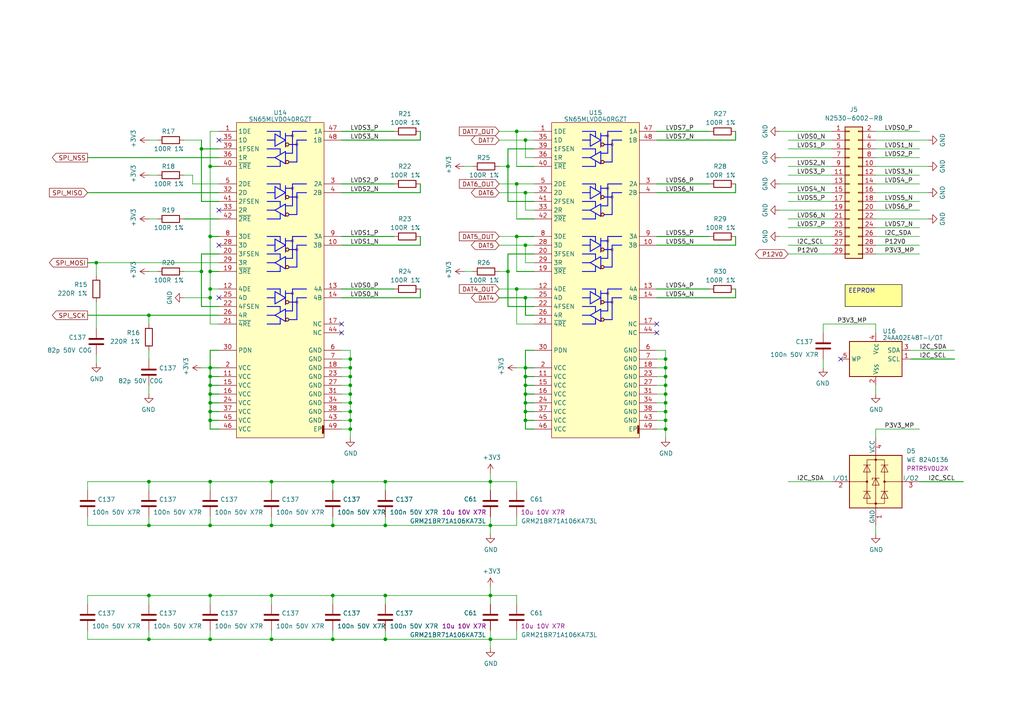
<source format=kicad_sch>
(kicad_sch (version 20230121) (generator eeschema)
  (paper "A4")
  (title_block (title "Compensation coils driver 3x3A for Kasli system") (date "2023-11-17") (rev "3_Artiq") (company "Nicolaus Copernicus University in Toruń") (comment 1 "KL FAMO") (comment 3 "designed by Adam Ledziński"))
  (junction (at 152.4 111.76))
  (junction (at 60.96 172.72))
  (junction (at 101.6 116.84))
  (junction (at 78.74 139.7))
  (junction (at 111.76 139.7))
  (junction (at 101.6 111.76))
  (junction (at 149.86 53.34))
  (junction (at 101.6 121.92))
  (junction (at 60.96 48.26))
  (junction (at 149.86 68.58))
  (junction (at 60.96 139.7))
  (junction (at 96.52 172.72))
  (junction (at 152.4 121.92))
  (junction (at 60.96 86.36))
  (junction (at 78.74 172.72))
  (junction (at 111.76 172.72))
  (junction (at 58.42 43.18))
  (junction (at 60.96 185.42))
  (junction (at 96.52 185.42))
  (junction (at 147.32 78.74))
  (junction (at 193.04 124.46))
  (junction (at 101.6 104.14))
  (junction (at 152.4 55.88))
  (junction (at 142.24 139.7))
  (junction (at 111.76 185.42))
  (junction (at 60.96 106.68))
  (junction (at 101.6 114.3))
  (junction (at 43.18 139.7))
  (junction (at 152.4 40.64))
  (junction (at 101.6 106.68))
  (junction (at 193.04 121.92))
  (junction (at 27.94 76.2))
  (junction (at 60.96 121.92))
  (junction (at 78.74 185.42))
  (junction (at 43.18 152.4))
  (junction (at 193.04 116.84))
  (junction (at 60.96 68.58))
  (junction (at 60.96 78.74))
  (junction (at 101.6 124.46))
  (junction (at 152.4 119.38))
  (junction (at 142.24 185.42))
  (junction (at 78.74 152.4))
  (junction (at 96.52 152.4))
  (junction (at 193.04 109.22))
  (junction (at 149.86 38.1))
  (junction (at 60.96 119.38))
  (junction (at 101.6 109.22))
  (junction (at 193.04 119.38))
  (junction (at 60.96 109.22))
  (junction (at 142.24 172.72))
  (junction (at 43.18 91.44))
  (junction (at 60.96 83.82))
  (junction (at 60.96 111.76))
  (junction (at 193.04 104.14))
  (junction (at 193.04 111.76))
  (junction (at 152.4 116.84))
  (junction (at 152.4 86.36))
  (junction (at 111.76 152.4))
  (junction (at 152.4 71.12))
  (junction (at 149.86 83.82))
  (junction (at 60.96 152.4))
  (junction (at 152.4 114.3))
  (junction (at 96.52 139.7))
  (junction (at 101.6 119.38))
  (junction (at 60.96 114.3))
  (junction (at 193.04 114.3))
  (junction (at 43.18 185.42))
  (junction (at 58.42 78.74))
  (junction (at 147.32 48.26))
  (junction (at 60.96 116.84))
  (junction (at 152.4 106.68))
  (junction (at 152.4 109.22))
  (junction (at 142.24 152.4))
  (junction (at 193.04 106.68))
  (junction (at 43.18 172.72))
  (no_connect (at 63.5 40.64))
  (no_connect (at 99.06 96.52))
  (no_connect (at 99.06 93.98))
  (no_connect (at 190.5 96.52))
  (no_connect (at 63.5 86.36))
  (no_connect (at 243.84 104.14))
  (no_connect (at 190.5 93.98))
  (no_connect (at 63.5 71.12))
  (no_connect (at 63.5 60.96))
  (wire (pts (xy 60.96 114.3) (xy 63.5 114.3)) (stroke (width 0.254)))
  (wire (pts (xy 193.04 104.14) (xy 193.04 101.6)))
  (wire (pts (xy 60.96 83.82) (xy 63.5 83.82)))
  (wire (pts (xy 254 58.42) (xy 266.7 58.42)))
  (wire (pts (xy 228.6 43.18) (xy 241.3 43.18)))
  (wire (pts (xy 190.5 124.46) (xy 193.04 124.46)))
  (wire (pts (xy 99.06 121.92) (xy 101.6 121.92)))
  (wire (pts (xy 99.06 71.12) (xy 121.92 71.12)) (stroke (width 0.254)))
  (wire (pts (xy 149.86 139.7) (xy 149.86 142.24)))
  (wire (pts (xy 60.96 114.3) (xy 60.96 111.76)) (stroke (width 0.254)))
  (wire (pts (xy 147.32 88.9) (xy 154.94 88.9)) (stroke (width 0.254)))
  (wire (pts (xy 228.6 71.12) (xy 241.3 71.12)))
  (wire (pts (xy 152.4 101.6) (xy 152.4 106.68)) (stroke (width 0.254)))
  (wire (pts (xy 228.6 139.7) (xy 241.3 139.7)))
  (wire (pts (xy 254 55.88) (xy 269.24 55.88)))
  (wire (pts (xy 154.94 58.42) (xy 147.32 58.42)) (stroke (width 0.254)))
  (wire (pts (xy 43.18 78.74) (xy 45.72 78.74)))
  (wire (pts (xy 60.96 119.38) (xy 63.5 119.38)) (stroke (width 0.254)))
  (wire (pts (xy 111.76 172.72) (xy 111.76 175.26)))
  (wire (pts (xy 147.32 78.74) (xy 147.32 88.9)) (stroke (width 0.254)))
  (wire (pts (xy 152.4 106.68) (xy 154.94 106.68)) (stroke (width 0.254)))
  (wire (pts (xy 43.18 91.44) (xy 43.18 93.98)))
  (wire (pts (xy 193.04 109.22) (xy 193.04 106.68)))
  (wire (pts (xy 60.96 109.22) (xy 60.96 106.68)) (stroke (width 0.254)))
  (wire (pts (xy 213.36 86.36) (xy 213.36 83.82)) (stroke (width 0.254)))
  (wire (pts (xy 254 43.18) (xy 266.7 43.18)))
  (wire (pts (xy 226.06 45.72) (xy 241.3 45.72)))
  (wire (pts (xy 99.06 104.14) (xy 101.6 104.14)))
  (wire (pts (xy 254 50.8) (xy 266.7 50.8)))
  (wire (pts (xy 60.96 38.1) (xy 60.96 48.26)))
  (wire (pts (xy 99.06 124.46) (xy 101.6 124.46)))
  (wire (pts (xy 144.78 40.64) (xy 152.4 40.64)))
  (wire (pts (xy 78.74 182.88) (xy 78.74 185.42)))
  (wire (pts (xy 144.78 53.34) (xy 149.86 53.34)))
  (wire (pts (xy 101.6 121.92) (xy 101.6 119.38)))
  (wire (pts (xy 190.5 40.64) (xy 213.36 40.64)) (stroke (width 0.254)))
  (wire (pts (xy 60.96 182.88) (xy 60.96 185.42)))
  (wire (pts (xy 149.86 38.1) (xy 154.94 38.1)))
  (wire (pts (xy 58.42 106.68) (xy 60.96 106.68)))
  (wire (pts (xy 254 45.72) (xy 266.7 45.72)))
  (wire (pts (xy 228.6 73.66) (xy 241.3 73.66)))
  (wire (pts (xy 63.5 58.42) (xy 58.42 58.42)) (stroke (width 0.254)))
  (wire (pts (xy 142.24 139.7) (xy 149.86 139.7)))
  (wire (pts (xy 142.24 172.72) (xy 142.24 175.26)))
  (wire (pts (xy 264.16 101.6) (xy 276.86 101.6)))
  (wire (pts (xy 149.86 38.1) (xy 149.86 48.26)))
  (wire (pts (xy 101.6 114.3) (xy 101.6 111.76)))
  (wire (pts (xy 149.86 83.82) (xy 154.94 83.82)))
  (wire (pts (xy 213.36 71.12) (xy 213.36 68.58)) (stroke (width 0.254)))
  (wire (pts (xy 228.6 63.5) (xy 241.3 63.5)))
  (wire (pts (xy 60.96 93.98) (xy 63.5 93.98)))
  (wire (pts (xy 25.4 91.44) (xy 43.18 91.44)) (stroke (width 0.254)))
  (wire (pts (xy 121.92 55.88) (xy 121.92 53.34)) (stroke (width 0.254)))
  (wire (pts (xy 144.78 38.1) (xy 149.86 38.1)))
  (wire (pts (xy 25.4 139.7) (xy 25.4 142.24)))
  (wire (pts (xy 190.5 71.12) (xy 213.36 71.12)) (stroke (width 0.254)))
  (wire (pts (xy 27.94 76.2) (xy 27.94 80.01)))
  (wire (pts (xy 142.24 172.72) (xy 149.86 172.72)))
  (wire (pts (xy 27.94 87.63) (xy 27.94 95.25)))
  (wire (pts (xy 226.06 38.1) (xy 241.3 38.1)))
  (wire (pts (xy 144.78 86.36) (xy 152.4 86.36)) (stroke (width 0.254)))
  (wire (pts (xy 149.86 106.68) (xy 152.4 106.68)))
  (wire (pts (xy 154.94 121.92) (xy 152.4 121.92)) (stroke (width 0.254)))
  (wire (pts (xy 190.5 86.36) (xy 213.36 86.36)) (stroke (width 0.254)))
  (wire (pts (xy 228.6 48.26) (xy 241.3 48.26)))
  (wire (pts (xy 193.04 116.84) (xy 193.04 114.3)))
  (wire (pts (xy 144.78 48.26) (xy 147.32 48.26)))
  (wire (pts (xy 101.6 116.84) (xy 101.6 114.3)))
  (wire (pts (xy 111.76 139.7) (xy 111.76 142.24)))
  (wire (pts (xy 25.4 139.7) (xy 43.18 139.7)))
  (wire (pts (xy 43.18 111.76) (xy 43.18 114.3)))
  (wire (pts (xy 149.86 68.58) (xy 149.86 78.74)))
  (wire (pts (xy 96.52 185.42) (xy 111.76 185.42)))
  (wire (pts (xy 190.5 104.14) (xy 193.04 104.14)))
  (wire (pts (xy 99.06 40.64) (xy 121.92 40.64)) (stroke (width 0.254)))
  (wire (pts (xy 60.96 68.58) (xy 63.5 68.58)) (stroke (width 0.254)))
  (wire (pts (xy 152.4 114.3) (xy 154.94 114.3)) (stroke (width 0.254)))
  (wire (pts (xy 99.06 83.82) (xy 114.3 83.82)) (stroke (width 0.254)))
  (wire (pts (xy 25.4 55.88) (xy 63.5 55.88)) (stroke (width 0.254)))
  (wire (pts (xy 53.34 50.8) (xy 55.88 50.8)))
  (wire (pts (xy 144.78 71.12) (xy 152.4 71.12)))
  (wire (pts (xy 63.5 124.46) (xy 60.96 124.46)) (stroke (width 0.254)))
  (wire (pts (xy 78.74 152.4) (xy 96.52 152.4)))
  (wire (pts (xy 99.06 109.22) (xy 101.6 109.22)))
  (wire (pts (xy 101.6 109.22) (xy 101.6 106.68)))
  (wire (pts (xy 63.5 111.76) (xy 60.96 111.76)) (stroke (width 0.254)))
  (wire (pts (xy 58.42 73.66) (xy 58.42 78.74)) (stroke (width 0.254)))
  (wire (pts (xy 147.32 48.26) (xy 147.32 58.42)) (stroke (width 0.254)))
  (wire (pts (xy 60.96 139.7) (xy 78.74 139.7)))
  (wire (pts (xy 60.96 139.7) (xy 60.96 142.24)))
  (wire (pts (xy 60.96 78.74) (xy 63.5 78.74)) (stroke (width 0.254)))
  (wire (pts (xy 190.5 111.76) (xy 193.04 111.76)))
  (wire (pts (xy 43.18 101.6) (xy 43.18 104.14)))
  (wire (pts (xy 60.96 106.68) (xy 63.5 106.68)) (stroke (width 0.254)))
  (wire (pts (xy 60.96 68.58) (xy 60.96 78.74)))
  (wire (pts (xy 25.4 185.42) (xy 43.18 185.42)))
  (wire (pts (xy 147.32 43.18) (xy 147.32 48.26)) (stroke (width 0.254)))
  (wire (pts (xy 152.4 119.38) (xy 154.94 119.38)) (stroke (width 0.254)))
  (wire (pts (xy 99.06 114.3) (xy 101.6 114.3)))
  (wire (pts (xy 264.16 104.14) (xy 276.86 104.14)) (stroke (width 0.254)))
  (wire (pts (xy 254 124.46) (xy 266.7 124.46)))
  (wire (pts (xy 190.5 55.88) (xy 213.36 55.88)) (stroke (width 0.254)))
  (wire (pts (xy 78.74 149.86) (xy 78.74 152.4)))
  (wire (pts (xy 96.52 149.86) (xy 96.52 152.4)))
  (wire (pts (xy 190.5 68.58) (xy 205.74 68.58)) (stroke (width 0.254)))
  (wire (pts (xy 152.4 71.12) (xy 154.94 71.12)))
  (wire (pts (xy 190.5 38.1) (xy 205.74 38.1)) (stroke (width 0.254)))
  (wire (pts (xy 193.04 106.68) (xy 193.04 104.14)))
  (wire (pts (xy 226.06 60.96) (xy 241.3 60.96)))
  (wire (pts (xy 25.4 149.86) (xy 25.4 152.4)))
  (wire (pts (xy 101.6 101.6) (xy 99.06 101.6)))
  (wire (pts (xy 58.42 43.18) (xy 58.42 58.42)) (stroke (width 0.254)))
  (wire (pts (xy 96.52 172.72) (xy 111.76 172.72)))
  (wire (pts (xy 53.34 78.74) (xy 58.42 78.74)))
  (wire (pts (xy 142.24 185.42) (xy 142.24 182.88)))
  (wire (pts (xy 193.04 127) (xy 193.04 124.46)))
  (wire (pts (xy 99.06 119.38) (xy 101.6 119.38)))
  (wire (pts (xy 228.6 40.64) (xy 241.3 40.64)))
  (wire (pts (xy 96.52 142.24) (xy 96.52 139.7)))
  (wire (pts (xy 25.4 172.72) (xy 43.18 172.72)))
  (wire (pts (xy 190.5 114.3) (xy 193.04 114.3)))
  (wire (pts (xy 111.76 172.72) (xy 142.24 172.72)))
  (wire (pts (xy 27.94 102.87) (xy 27.94 105.41)))
  (wire (pts (xy 60.96 121.92) (xy 60.96 119.38)) (stroke (width 0.254)))
  (wire (pts (xy 152.4 114.3) (xy 152.4 111.76)) (stroke (width 0.254)))
  (wire (pts (xy 149.86 152.4) (xy 149.86 149.86)))
  (wire (pts (xy 254 154.94) (xy 254 152.4)))
  (wire (pts (xy 58.42 88.9) (xy 63.5 88.9)) (stroke (width 0.254)))
  (wire (pts (xy 152.4 60.96) (xy 152.4 55.88)))
  (wire (pts (xy 193.04 114.3) (xy 193.04 111.76)))
  (wire (pts (xy 43.18 172.72) (xy 60.96 172.72)))
  (wire (pts (xy 226.06 68.58) (xy 241.3 68.58)))
  (wire (pts (xy 254 60.96) (xy 266.7 60.96)))
  (wire (pts (xy 213.36 55.88) (xy 213.36 53.34)) (stroke (width 0.254)))
  (wire (pts (xy 78.74 139.7) (xy 78.74 142.24)))
  (wire (pts (xy 193.04 119.38) (xy 193.04 116.84)))
  (wire (pts (xy 149.86 93.98) (xy 154.94 93.98)))
  (wire (pts (xy 152.4 121.92) (xy 152.4 119.38)) (stroke (width 0.254)))
  (wire (pts (xy 142.24 137.16) (xy 142.24 139.7)))
  (wire (pts (xy 147.32 43.18) (xy 154.94 43.18)) (stroke (width 0.254)))
  (wire (pts (xy 60.96 116.84) (xy 60.96 114.3)) (stroke (width 0.254)))
  (wire (pts (xy 266.7 139.7) (xy 279.4 139.7)) (stroke (width 0.254)))
  (wire (pts (xy 60.96 172.72) (xy 60.96 175.26)))
  (wire (pts (xy 60.96 111.76) (xy 60.96 109.22)) (stroke (width 0.254)))
  (wire (pts (xy 147.32 73.66) (xy 154.94 73.66)) (stroke (width 0.254)))
  (wire (pts (xy 60.96 83.82) (xy 60.96 86.36)))
  (wire (pts (xy 58.42 78.74) (xy 58.42 88.9)) (stroke (width 0.254)))
  (wire (pts (xy 193.04 101.6) (xy 190.5 101.6)))
  (wire (pts (xy 152.4 45.72) (xy 152.4 40.64)))
  (wire (pts (xy 147.32 73.66) (xy 147.32 78.74)) (stroke (width 0.254)))
  (wire (pts (xy 154.94 124.46) (xy 152.4 124.46)) (stroke (width 0.254)))
  (wire (pts (xy 193.04 121.92) (xy 193.04 119.38)))
  (wire (pts (xy 190.5 83.82) (xy 205.74 83.82)) (stroke (width 0.254)))
  (wire (pts (xy 60.96 109.22) (xy 63.5 109.22)) (stroke (width 0.254)))
  (wire (pts (xy 99.06 53.34) (xy 114.3 53.34)) (stroke (width 0.254)))
  (wire (pts (xy 238.76 106.68) (xy 238.76 104.14)))
  (wire (pts (xy 60.96 48.26) (xy 60.96 68.58)))
  (wire (pts (xy 238.76 93.98) (xy 254 93.98)))
  (wire (pts (xy 142.24 185.42) (xy 149.86 185.42)))
  (wire (pts (xy 152.4 76.2) (xy 152.4 71.12)))
  (wire (pts (xy 99.06 111.76) (xy 101.6 111.76)))
  (wire (pts (xy 78.74 172.72) (xy 96.52 172.72)))
  (wire (pts (xy 58.42 43.18) (xy 58.42 40.64)) (stroke (width 0.254)))
  (wire (pts (xy 25.4 45.72) (xy 63.5 45.72)) (stroke (width 0.254)))
  (wire (pts (xy 144.78 55.88) (xy 152.4 55.88)))
  (wire (pts (xy 101.6 111.76) (xy 101.6 109.22)))
  (wire (pts (xy 78.74 185.42) (xy 96.52 185.42)))
  (wire (pts (xy 152.4 55.88) (xy 154.94 55.88)))
  (wire (pts (xy 152.4 40.64) (xy 154.94 40.64)))
  (wire (pts (xy 228.6 58.42) (xy 241.3 58.42)))
  (wire (pts (xy 60.96 152.4) (xy 78.74 152.4)))
  (wire (pts (xy 154.94 60.96) (xy 152.4 60.96)))
  (wire (pts (xy 96.52 175.26) (xy 96.52 172.72)))
  (wire (pts (xy 99.06 68.58) (xy 114.3 68.58)) (stroke (width 0.254)))
  (wire (pts (xy 43.18 91.44) (xy 63.5 91.44)) (stroke (width 0.254)))
  (wire (pts (xy 43.18 172.72) (xy 43.18 175.26)))
  (wire (pts (xy 149.86 68.58) (xy 154.94 68.58)) (stroke (width 0.254)))
  (wire (pts (xy 144.78 68.58) (xy 149.86 68.58)))
  (wire (pts (xy 25.4 172.72) (xy 25.4 175.26)))
  (wire (pts (xy 142.24 152.4) (xy 149.86 152.4)))
  (wire (pts (xy 149.86 63.5) (xy 154.94 63.5)) (stroke (width 0.254)))
  (wire (pts (xy 43.18 185.42) (xy 60.96 185.42)))
  (wire (pts (xy 149.86 172.72) (xy 149.86 175.26)))
  (wire (pts (xy 254 38.1) (xy 266.7 38.1)))
  (wire (pts (xy 152.4 111.76) (xy 152.4 109.22)) (stroke (width 0.254)))
  (wire (pts (xy 149.86 83.82) (xy 149.86 93.98)))
  (wire (pts (xy 45.72 63.5) (xy 43.18 63.5)))
  (wire (pts (xy 254 40.64) (xy 269.24 40.64)))
  (wire (pts (xy 142.24 139.7) (xy 142.24 142.24)))
  (wire (pts (xy 53.34 86.36) (xy 60.96 86.36)))
  (wire (pts (xy 137.16 48.26) (xy 134.62 48.26)))
  (wire (pts (xy 193.04 111.76) (xy 193.04 109.22)))
  (wire (pts (xy 228.6 66.04) (xy 241.3 66.04)))
  (wire (pts (xy 254 68.58) (xy 266.7 68.58)))
  (wire (pts (xy 152.4 109.22) (xy 154.94 109.22)) (stroke (width 0.254)))
  (wire (pts (xy 154.94 53.34) (xy 149.86 53.34)))
  (wire (pts (xy 254 93.98) (xy 254 96.52)))
  (wire (pts (xy 152.4 119.38) (xy 152.4 116.84)) (stroke (width 0.254)))
  (wire (pts (xy 43.18 139.7) (xy 60.96 139.7)))
  (wire (pts (xy 213.36 40.64) (xy 213.36 38.1)) (stroke (width 0.254)))
  (wire (pts (xy 152.4 86.36) (xy 152.4 91.44)))
  (wire (pts (xy 43.18 152.4) (xy 60.96 152.4)))
  (wire (pts (xy 55.88 53.34) (xy 63.5 53.34)))
  (wire (pts (xy 149.86 48.26) (xy 154.94 48.26)) (stroke (width 0.254)))
  (wire (pts (xy 53.34 40.64) (xy 58.42 40.64)))
  (wire (pts (xy 63.5 121.92) (xy 60.96 121.92)) (stroke (width 0.254)))
  (wire (pts (xy 25.4 76.2) (xy 27.94 76.2)) (stroke (width 0.254)))
  (wire (pts (xy 149.86 185.42) (xy 149.86 182.88)))
  (wire (pts (xy 149.86 53.34) (xy 149.86 63.5)))
  (wire (pts (xy 99.06 55.88) (xy 121.92 55.88)) (stroke (width 0.254)))
  (wire (pts (xy 254 66.04) (xy 266.7 66.04)))
  (wire (pts (xy 60.96 86.36) (xy 60.96 93.98)))
  (wire (pts (xy 63.5 116.84) (xy 60.96 116.84)) (stroke (width 0.254)))
  (wire (pts (xy 254 73.66) (xy 266.7 73.66)))
  (wire (pts (xy 99.06 86.36) (xy 121.92 86.36)) (stroke (width 0.254)))
  (wire (pts (xy 60.96 185.42) (xy 78.74 185.42)))
  (wire (pts (xy 121.92 86.36) (xy 121.92 83.82)) (stroke (width 0.254)))
  (wire (pts (xy 190.5 53.34) (xy 205.74 53.34)) (stroke (width 0.254)))
  (wire (pts (xy 101.6 104.14) (xy 101.6 101.6)))
  (wire (pts (xy 190.5 109.22) (xy 193.04 109.22)))
  (wire (pts (xy 101.6 127) (xy 101.6 124.46)))
  (wire (pts (xy 154.94 45.72) (xy 152.4 45.72)))
  (wire (pts (xy 63.5 43.18) (xy 58.42 43.18)) (stroke (width 0.254)))
  (wire (pts (xy 142.24 152.4) (xy 142.24 149.86)))
  (wire (pts (xy 142.24 154.94) (xy 142.24 152.4)))
  (wire (pts (xy 101.6 124.46) (xy 101.6 121.92)))
  (wire (pts (xy 134.62 78.74) (xy 137.16 78.74)))
  (wire (pts (xy 121.92 40.64) (xy 121.92 38.1)) (stroke (width 0.254)))
  (wire (pts (xy 25.4 182.88) (xy 25.4 185.42)))
  (wire (pts (xy 53.34 63.5) (xy 63.5 63.5)) (stroke (width 0.254)))
  (wire (pts (xy 99.06 38.1) (xy 114.3 38.1)) (stroke (width 0.254)))
  (wire (pts (xy 149.86 78.74) (xy 154.94 78.74)) (stroke (width 0.254)))
  (wire (pts (xy 142.24 170.18) (xy 142.24 172.72)))
  (wire (pts (xy 254 124.46) (xy 254 127)))
  (wire (pts (xy 99.06 106.68) (xy 101.6 106.68)))
  (wire (pts (xy 78.74 172.72) (xy 78.74 175.26)))
  (wire (pts (xy 63.5 73.66) (xy 58.42 73.66)) (stroke (width 0.254)))
  (wire (pts (xy 152.4 91.44) (xy 154.94 91.44)) (stroke (width 0.254)))
  (wire (pts (xy 60.96 119.38) (xy 60.96 116.84)) (stroke (width 0.254)))
  (wire (pts (xy 60.96 124.46) (xy 60.96 121.92)) (stroke (width 0.254)))
  (wire (pts (xy 63.5 101.6) (xy 60.96 101.6)) (stroke (width 0.254)))
  (wire (pts (xy 45.72 40.64) (xy 43.18 40.64)))
  (wire (pts (xy 121.92 71.12) (xy 121.92 68.58)) (stroke (width 0.254)))
  (wire (pts (xy 43.18 149.86) (xy 43.18 152.4)))
  (wire (pts (xy 25.4 152.4) (xy 43.18 152.4)))
  (wire (pts (xy 152.4 116.84) (xy 152.4 114.3)) (stroke (width 0.254)))
  (wire (pts (xy 78.74 139.7) (xy 96.52 139.7)))
  (wire (pts (xy 228.6 55.88) (xy 241.3 55.88)))
  (wire (pts (xy 254 63.5) (xy 269.24 63.5)))
  (wire (pts (xy 60.96 172.72) (xy 78.74 172.72)))
  (wire (pts (xy 27.94 76.2) (xy 63.5 76.2)))
  (wire (pts (xy 154.94 86.36) (xy 152.4 86.36)))
  (wire (pts (xy 254 114.3) (xy 254 111.76)))
  (wire (pts (xy 190.5 106.68) (xy 193.04 106.68)))
  (wire (pts (xy 96.52 182.88) (xy 96.52 185.42)))
  (wire (pts (xy 111.76 152.4) (xy 142.24 152.4)))
  (wire (pts (xy 190.5 116.84) (xy 193.04 116.84)))
  (wire (pts (xy 190.5 121.92) (xy 193.04 121.92)))
  (wire (pts (xy 111.76 182.88) (xy 111.76 185.42)))
  (wire (pts (xy 142.24 187.96) (xy 142.24 185.42)))
  (wire (pts (xy 96.52 152.4) (xy 111.76 152.4)))
  (wire (pts (xy 152.4 124.46) (xy 152.4 121.92)) (stroke (width 0.254)))
  (wire (pts (xy 60.96 101.6) (xy 60.96 106.68)) (stroke (width 0.254)))
  (wire (pts (xy 254 53.34) (xy 266.7 53.34)))
  (wire (pts (xy 228.6 50.8) (xy 241.3 50.8)))
  (wire (pts (xy 144.78 83.82) (xy 149.86 83.82)))
  (wire (pts (xy 99.06 116.84) (xy 101.6 116.84)))
  (wire (pts (xy 254 48.26) (xy 269.24 48.26)))
  (wire (pts (xy 254 71.12) (xy 266.7 71.12)))
  (wire (pts (xy 144.78 78.74) (xy 147.32 78.74)))
  (wire (pts (xy 238.76 93.98) (xy 238.76 96.52)))
  (wire (pts (xy 60.96 78.74) (xy 60.96 83.82)))
  (wire (pts (xy 101.6 119.38) (xy 101.6 116.84)))
  (wire (pts (xy 101.6 106.68) (xy 101.6 104.14)))
  (wire (pts (xy 111.76 139.7) (xy 142.24 139.7)))
  (wire (pts (xy 193.04 124.46) (xy 193.04 121.92)))
  (wire (pts (xy 55.88 50.8) (xy 55.88 53.34)))
  (wire (pts (xy 154.94 101.6) (xy 152.4 101.6)) (stroke (width 0.254)))
  (wire (pts (xy 154.94 111.76) (xy 152.4 111.76)) (stroke (width 0.254)))
  (wire (pts (xy 152.4 86.36) (xy 152.4 91.44)) (stroke (width 0.254)))
  (wire (pts (xy 226.06 53.34) (xy 241.3 53.34)))
  (wire (pts (xy 190.5 119.38) (xy 193.04 119.38)))
  (wire (pts (xy 43.18 139.7) (xy 43.18 142.24)))
  (wire (pts (xy 45.72 50.8) (xy 43.18 50.8)))
  (wire (pts (xy 60.96 38.1) (xy 63.5 38.1)))
  (wire (pts (xy 96.52 139.7) (xy 111.76 139.7)))
  (wire (pts (xy 111.76 185.42) (xy 142.24 185.42)))
  (wire (pts (xy 43.18 182.88) (xy 43.18 185.42)))
  (wire (pts (xy 60.96 149.86) (xy 60.96 152.4)))
  (wire (pts (xy 154.94 116.84) (xy 152.4 116.84)) (stroke (width 0.254)))
  (wire (pts (xy 152.4 109.22) (xy 152.4 106.68)) (stroke (width 0.254)))
  (wire (pts (xy 60.96 48.26) (xy 63.5 48.26)) (stroke (width 0.254)))
  (wire (pts (xy 154.94 76.2) (xy 152.4 76.2)))
  (wire (pts (xy 111.76 149.86) (xy 111.76 152.4)))
  (text_box "EEPROM\n" (at 245.11 82.55 0) (size 16.51 6.35) (stroke (width 0) (color 0 0 0 1)) (fill (type color) (color 255 255 150 1)) (effects (font (size 1.27 1.27)) (justify left top)))
  (label "LVDS3_N" (at 101.6 40.64 0))
  (label "LVDS1_P" (at 231.14 43.18 0))
  (label "I2C_SCL" (at 231.14 71.12 0))
  (label "I2C_SDA" (at 266.7 101.6 0))
  (label "LVDS5_P" (at 193.04 68.58 0))
  (label "LVDS1_N" (at 256.54 43.18 0))
  (label "LVDS6_P" (at 193.04 53.34 0))
  (label "LVDS5_P" (at 231.14 58.42 0))
  (label "LVDS7_P" (at 193.04 38.1 0))
  (label "LVDS3_N" (at 256.54 50.8 0))
  (label "LVDS0_N" (at 231.14 40.64 0))
  (label "LVDS3_P" (at 101.6 38.1 0))
  (label "P12V0" (at 256.54 71.12 0))
  (label "LVDS7_N" (at 193.04 40.64 0))
  (label "P3V3_MP" (at 251.46 93.98 180))
  (label "I2C_SDA" (at 231.14 139.7 0))
  (label "LVDS0_P" (at 256.54 38.1 0))
  (label "LVDS2_P" (at 101.6 53.34 0))
  (label "LVDS2_N" (at 101.6 55.88 0))
  (label "I2C_SCL" (at 266.7 104.14 0))
  (label "LVDS1_N" (at 101.6 71.12 0))
  (label "P12V0" (at 231.14 73.66 0))
  (label "LVDS2_P" (at 256.54 45.72 0))
  (label "LVDS0_N" (at 101.6 86.36 0))
  (label "I2C_SCL" (at 269.24 139.7 0))
  (label "LVDS4_P" (at 193.04 83.82 0))
  (label "LVDS5_N" (at 256.54 58.42 0))
  (label "LVDS2_N" (at 231.14 48.26 0))
  (label "LVDS5_N" (at 193.04 71.12 0))
  (label "LVDS7_P" (at 231.14 66.04 0))
  (label "LVDS4_P" (at 256.54 53.34 0))
  (label "LVDS0_P" (at 101.6 83.82 0))
  (label "LVDS4_N" (at 193.04 86.36 0))
  (label "LVDS6_P" (at 256.54 60.96 0))
  (label "I2C_SDA" (at 256.54 68.58 0))
  (label "LVDS3_P" (at 231.14 50.8 0))
  (label "LVDS7_N" (at 256.54 66.04 0))
  (label "LVDS6_N" (at 193.04 55.88 0))
  (label "P3V3_MP" (at 256.54 124.46 0))
  (label "LVDS6_N" (at 231.14 63.5 0))
  (label "LVDS1_P" (at 101.6 68.58 0))
  (label "P3V3_MP" (at 256.54 73.66 0))
  (label "LVDS4_N" (at 231.14 55.88 0))
  (global_label "DAT7_OUT" (shape input) (at 144.78 38.1 180) (property "Intersheetrefs" "${INTERSHEET_REFS}" (effects hide)))
  (global_label "P12V0" (shape bidirectional) (at 228.6 73.66 180) (property "Intersheetrefs" "${INTERSHEET_REFS}" (effects hide)))
  (global_label "SPI_MOSI" (shape output) (at 25.4 76.2 180) (property "Intersheetrefs" "${INTERSHEET_REFS}" (effects hide)))
  (global_label "DAT4_OUT" (shape input) (at 144.78 83.82 180) (property "Intersheetrefs" "${INTERSHEET_REFS}" (effects hide)))
  (global_label "DAT6" (shape bidirectional) (at 144.78 55.88 180) (property "Intersheetrefs" "${INTERSHEET_REFS}" (effects hide)))
  (global_label "SPI_SCK" (shape output) (at 25.4 91.44 180) (property "Intersheetrefs" "${INTERSHEET_REFS}" (effects hide)))
  (global_label "SPI_MISO" (shape input) (at 25.4 55.88 180) (property "Intersheetrefs" "${INTERSHEET_REFS}" (effects hide)))
  (global_label "DAT4" (shape bidirectional) (at 144.78 86.36 180) (property "Intersheetrefs" "${INTERSHEET_REFS}" (effects hide)))
  (global_label "SPI_NSS" (shape output) (at 25.4 45.72 180) (property "Intersheetrefs" "${INTERSHEET_REFS}" (effects hide)))
  (global_label "DAT6_OUT" (shape input) (at 144.78 53.34 180) (property "Intersheetrefs" "${INTERSHEET_REFS}" (effects hide)))
  (global_label "DAT5_OUT" (shape input) (at 144.78 68.58 180) (property "Intersheetrefs" "${INTERSHEET_REFS}" (effects hide)))
  (global_label "DAT7" (shape bidirectional) (at 144.78 40.64 180) (property "Intersheetrefs" "${INTERSHEET_REFS}" (effects hide)))
  (global_label "DAT5" (shape bidirectional) (at 144.78 71.12 180) (property "Intersheetrefs" "${INTERSHEET_REFS}" (effects hide)))
  (symbol (lib_id "Device:R") (at 209.55 38.1 270) (unit 1)
    (property "Reference" "R27" (at 210.82 33.02 90) (effects (justify right)))
    (property "Value" "100R 1%" (at 213.36 35.56 90) (effects (justify right)))
    (property "Footprint" "Resistor_SMD:R_0603_1608Metric" (effects hide))
  )
  (symbol (lib_id "Device:R") (at 43.18 97.79 0) (unit 1)
    (property "Reference" "R16" (at 40.64 96.52 0) (effects (justify right)))
    (property "Value" "220R 1%" (at 40.64 99.06 0) (effects (justify right)))
    (property "Footprint" "Resistor_SMD:R_0603_1608Metric" (effects hide))
  )
  (symbol (lib_id "Device:C") (at 43.18 146.05 0) (unit 1)
    (property "Reference" "C137" (at 46.101 144.8562 0) (effects (justify left)))
    (property "Value" "100n 50V X7R" (at 44.45 148.59 0) (effects (justify left)))
    (property "Footprint" "Capacitor_SMD:C_0603_1608Metric" (effects hide))
    (instances (project "Cardio chair" (path "" (reference "C137") (unit 1))) (project "PID_FAMO_v2" (path "" (reference "C137") (unit 1)) (path "" (reference "C?") (unit 1))) (project "current3x3A_Artiq" (path "" (reference "C92") (unit 1))))
  )
  (symbol (lib_id "Device:R") (at 118.11 38.1 270) (unit 1)
    (property "Reference" "R21" (at 119.38 33.02 90) (effects (justify right)))
    (property "Value" "100R 1%" (at 121.92 35.56 90) (effects (justify right)))
    (property "Footprint" "Resistor_SMD:R_0603_1608Metric" (effects hide))
  )
  (symbol (lib_id "power:GND") (at 269.24 40.64 90) (mirror x) (unit 1)
    (property "Reference" "#PWR0132" (effects hide))
    (property "Value" "GND" (at 273.3755 40.64 0))
  )
  (symbol (lib_id "Device:C") (at 60.96 179.07 0) (unit 1)
    (property "Reference" "C137" (at 63.881 177.8762 0) (effects (justify left)))
    (property "Value" "100n 50V X7R" (at 62.23 181.61 0) (effects (justify left)))
    (property "Footprint" "Capacitor_SMD:C_0603_1608Metric" (effects hide))
    (instances (project "Cardio chair" (path "" (reference "C137") (unit 1))) (project "PID_FAMO_v2" (path "" (reference "C137") (unit 1)) (path "" (reference "C?") (unit 1))) (project "current3x3A_Artiq" (path "" (reference "C95") (unit 1))))
  )
  (symbol (lib_id "Device:R") (at 27.94 83.82 0) (unit 1)
    (property "Reference" "R15" (at 25.4 82.55 0) (effects (justify right)))
    (property "Value" "220R 1%" (at 25.4 85.09 0) (effects (justify right)))
    (property "Footprint" "Resistor_SMD:R_0603_1608Metric" (effects hide))
  )
  (symbol (lib_id "power:GND") (at 226.06 45.72 270) (unit 1)
    (property "Reference" "#PWR0125" (effects hide))
    (property "Value" "GND" (at 221.9245 45.72 0))
  )
  (symbol (lib_id "power:+3V3") (at 142.24 170.18 0) (unit 1)
    (property "Reference" "#PWR0110" (effects hide))
    (property "Value" "+3V3" (at 142.621 165.6842 0))
    (instances (project "powersc7" (path "" (reference "#PWR0110") (unit 1))) (project "current3x3A_Artiq" (path "" (reference "#PWR023") (unit 1)) (path "" (reference "#PWR0118") (unit 1))))
  )
  (symbol (lib_id "Device:R") (at 49.53 40.64 270) (unit 1)
    (property "Reference" "R17" (at 50.8 38.1 90) (effects (justify right)))
    (property "Value" "100R 1%" (at 53.34 43.18 90) (effects (justify right)))
    (property "Footprint" "Resistor_SMD:R_0603_1608Metric" (effects hide))
  )
  (symbol (lib_id "power:+3V3") (at 43.18 63.5 90) (unit 1)
    (property "Reference" "#PWR0110" (effects hide))
    (property "Value" "+3V3" (at 38.6842 63.119 0))
    (instances (project "powersc7" (path "" (reference "#PWR0110") (unit 1))) (project "current3x3A_Artiq" (path "" (reference "#PWR023") (unit 1)) (path "" (reference "#PWR0110") (unit 1))))
  )
  (symbol (lib_id "Device:R") (at 49.53 50.8 270) (unit 1)
    (property "Reference" "R18" (at 50.8 48.26 90) (effects (justify right)))
    (property "Value" "100R 1%" (at 53.34 53.34 90) (effects (justify right)))
    (property "Footprint" "Resistor_SMD:R_0603_1608Metric" (effects hide))
  )
  (symbol (lib_id "Device:R") (at 49.53 63.5 270) (unit 1)
    (property "Reference" "R19" (at 50.8 60.96 90) (effects (justify right)))
    (property "Value" "100R 1%" (at 53.34 66.04 90) (effects (justify right)))
    (property "Footprint" "Resistor_SMD:R_0603_1608Metric" (effects hide))
  )
  (symbol (lib_id "power:+3V3") (at 149.86 106.68 90) (unit 1)
    (property "Reference" "#PWR0110" (effects hide))
    (property "Value" "+3V3" (at 145.3642 106.299 0))
    (instances (project "powersc7" (path "" (reference "#PWR0110") (unit 1))) (project "current3x3A_Artiq" (path "" (reference "#PWR023") (unit 1)) (path "" (reference "#PWR0122") (unit 1))))
  )
  (symbol (lib_id "power:GND") (at 226.06 53.34 270) (unit 1)
    (property "Reference" "#PWR0126" (effects hide))
    (property "Value" "GND" (at 221.9245 53.34 0))
  )
  (symbol (lib_id "Memory_EEPROM:24AA02-OT") (at 254 104.14 0) (unit 1)
    (property "Reference" "U16" (at 255.9559 96.0501 0) (effects (justify left)))
    (property "Value" "24AA02E48T-I/OT" (at 255.9559 97.9711 0) (effects (justify left)))
    (property "Footprint" "Package_TO_SOT_SMD:SOT-23-5" (effects hide))
    (property "Datasheet" "https://ww1.microchip.com/downloads/en/DeviceDoc/24AA02E48-24AA025E48-24AA02E64-24AA025E64-Data-Sheet-20002124H.pdf" (effects hide))
  )
  (symbol (lib_id "Device:C") (at 142.24 179.07 0) (mirror y) (unit 1)
    (property "Reference" "C61" (at 138.43 177.8 0) (effects (justify left)))
    (property "Value" "GRM21BR71A106KA73L" (at 140.97 184.15 0) (effects (justify left)))
    (property "Footprint" "Capacitor_SMD:C_0805_2012Metric" (effects hide))
    (property "Comm" "10u 10V X7R" (at 134.62 181.61 0))
    (instances (project "powersc7" (path "" (reference "C61") (unit 1))) (project "current3x3A_Artiq" (path "" (reference "C18") (unit 1)) (path "" (reference "C101") (unit 1))))
  )
  (symbol (lib_id "Device:C") (at 27.94 99.06 0) (mirror y) (unit 1)
    (property "Reference" "C137" (at 25.019 97.8662 0) (effects (justify left)))
    (property "Value" "82p 50V C0G" (at 26.67 101.6 0) (effects (justify left)))
    (property "Footprint" "Capacitor_SMD:C_0603_1608Metric" (effects hide))
    (instances (project "Cardio chair" (path "" (reference "C137") (unit 1))) (project "PID_FAMO_v2" (path "" (reference "C137") (unit 1)) (path "" (reference "C?") (unit 1))) (project "current3x3A_Artiq" (path "" (reference "C90") (unit 1))))
  )
  (symbol (lib_id "Device:C") (at 149.86 146.05 0) (unit 1)
    (property "Reference" "C61" (at 153.67 144.78 0) (effects (justify left)))
    (property "Value" "GRM21BR71A106KA73L" (at 151.13 151.13 0) (effects (justify left)))
    (property "Footprint" "Capacitor_SMD:C_0805_2012Metric" (effects hide))
    (property "Comm" "10u 10V X7R" (at 157.48 148.59 0))
    (instances (project "powersc7" (path "" (reference "C61") (unit 1))) (project "current3x3A_Artiq" (path "" (reference "C18") (unit 1)) (path "" (reference "C102") (unit 1))))
  )
  (symbol (lib_id "power:GND") (at 43.18 114.3 0) (mirror y) (unit 1)
    (property "Reference" "#PWR0111" (effects hide))
    (property "Value" "GND" (at 43.053 118.7958 0))
    (instances (project "powersc7" (path "" (reference "#PWR0111") (unit 1))) (project "current3x3A_Artiq" (path "" (reference "#PWR024") (unit 1)) (path "" (reference "#PWR0112") (unit 1))))
  )
  (symbol (lib_id "power:GND") (at 254 154.94 0) (unit 1)
    (property "Reference" "#PWR0111" (effects hide))
    (property "Value" "GND" (at 254.127 159.4358 0))
    (instances (project "powersc7" (path "" (reference "#PWR0111") (unit 1))) (project "current3x3A_Artiq" (path "" (reference "#PWR024") (unit 1)) (path "" (reference "#PWR0131") (unit 1))))
  )
  (symbol (lib_id "Device:R") (at 209.55 68.58 270) (unit 1)
    (property "Reference" "R29" (at 210.82 63.5 90) (effects (justify right)))
    (property "Value" "100R 1%" (at 213.36 66.04 90) (effects (justify right)))
    (property "Footprint" "Resistor_SMD:R_0603_1608Metric" (effects hide))
  )
  (symbol (lib_id "Device:C") (at 149.86 179.07 0) (unit 1)
    (property "Reference" "C61" (at 153.67 177.8 0) (effects (justify left)))
    (property "Value" "GRM21BR71A106KA73L" (at 151.13 184.15 0) (effects (justify left)))
    (property "Footprint" "Capacitor_SMD:C_0805_2012Metric" (effects hide))
    (property "Comm" "10u 10V X7R" (at 157.48 181.61 0))
    (instances (project "powersc7" (path "" (reference "C61") (unit 1))) (project "current3x3A_Artiq" (path "" (reference "C18") (unit 1)) (path "" (reference "C103") (unit 1))))
  )
  (symbol (lib_id "Connector_Generic:Conn_02x15_Odd_Even") (at 246.38 55.88 0) (unit 1)
    (property "Reference" "J5" (at 247.65 31.75 0))
    (property "Value" "N2530-6002-RB" (at 247.65 34.29 0))
    (property "Footprint" "Connector_IDC:IDC-Header_2x15_P2.54mm_Vertical" (effects hide))
  )
  (symbol (lib_id "Device:R") (at 118.11 83.82 270) (unit 1)
    (property "Reference" "R24" (at 119.38 78.74 90) (effects (justify right)))
    (property "Value" "100R 1%" (at 121.92 81.28 90) (effects (justify right)))
    (property "Footprint" "Resistor_SMD:R_0603_1608Metric" (effects hide))
  )
  (symbol (lib_id "power:GND") (at 226.06 38.1 270) (unit 1)
    (property "Reference" "#PWR0124" (effects hide))
    (property "Value" "GND" (at 221.9245 38.1 0))
  )
  (symbol (lib_id "Device:R") (at 140.97 48.26 270) (unit 1)
    (property "Reference" "R25" (at 142.24 45.72 90) (effects (justify right)))
    (property "Value" "100R 1%" (at 144.78 50.8 90) (effects (justify right)))
    (property "Footprint" "Resistor_SMD:R_0603_1608Metric" (effects hide))
  )
  (symbol (lib_id "power:+3V3") (at 134.62 78.74 90) (unit 1)
    (property "Reference" "#PWR0110" (effects hide))
    (property "Value" "+3V3" (at 130.1242 78.359 0))
    (instances (project "powersc7" (path "" (reference "#PWR0110") (unit 1))) (project "current3x3A_Artiq" (path "" (reference "#PWR023") (unit 1)) (path "" (reference "#PWR0121") (unit 1))))
  )
  (symbol (lib_id "ff:SN65MLVD040") (at 68.58 35.56 0) (unit 1)
    (property "Reference" "U14" (at 81.28 32.6771 0))
    (property "Value" "SN65MLVD040RGZT" (at 81.28 34.5981 0))
    (property "Footprint" "ff_lib_7:VQFN-48-1EP_7x7mm_P0.5mm_EP4.1x4.1mm_ThermalVias" (effects hide))
    (property "Datasheet" "https://www.ti.com/lit/ds/symlink/sn65mlvd040.pdf" (effects hide))
  )
  (symbol (lib_id "Device:C") (at 25.4 179.07 0) (unit 1)
    (property "Reference" "C137" (at 28.321 177.8762 0) (effects (justify left)))
    (property "Value" "100n 50V X7R" (at 26.67 181.61 0) (effects (justify left)))
    (property "Footprint" "Capacitor_SMD:C_0603_1608Metric" (effects hide))
    (instances (project "Cardio chair" (path "" (reference "C137") (unit 1))) (project "PID_FAMO_v2" (path "" (reference "C137") (unit 1)) (path "" (reference "C?") (unit 1))) (project "current3x3A_Artiq" (path "" (reference "C89") (unit 1))))
  )
  (symbol (lib_id "power:GND") (at 254 114.3 0) (unit 1)
    (property "Reference" "#PWR0111" (effects hide))
    (property "Value" "GND" (at 254.127 118.7958 0))
    (instances (project "powersc7" (path "" (reference "#PWR0111") (unit 1))) (project "current3x3A_Artiq" (path "" (reference "#PWR024") (unit 1)) (path "" (reference "#PWR0130") (unit 1))))
  )
  (symbol (lib_id "Device:R") (at 140.97 78.74 270) (unit 1)
    (property "Reference" "R26" (at 142.24 76.2 90) (effects (justify right)))
    (property "Value" "100R 1%" (at 144.78 81.28 90) (effects (justify right)))
    (property "Footprint" "Resistor_SMD:R_0603_1608Metric" (effects hide))
  )
  (symbol (lib_id "ff:SN65MLVD040") (at 160.02 35.56 0) (unit 1)
    (property "Reference" "U15" (at 172.72 32.6771 0))
    (property "Value" "SN65MLVD040RGZT" (at 172.72 34.5981 0))
    (property "Footprint" "ff_lib_7:VQFN-48-1EP_7x7mm_P0.5mm_EP4.1x4.1mm_ThermalVias" (effects hide))
    (property "Datasheet" "https://www.ti.com/lit/ds/symlink/sn65mlvd040.pdf" (effects hide))
  )
  (symbol (lib_id "power:+3V3") (at 134.62 48.26 90) (unit 1)
    (property "Reference" "#PWR0110" (effects hide))
    (property "Value" "+3V3" (at 130.1242 47.879 0))
    (instances (project "powersc7" (path "" (reference "#PWR0110") (unit 1))) (project "current3x3A_Artiq" (path "" (reference "#PWR023") (unit 1)) (path "" (reference "#PWR0120") (unit 1))))
  )
  (symbol (lib_id "power:GND") (at 27.94 105.41 0) (unit 1)
    (property "Reference" "#PWR0111" (effects hide))
    (property "Value" "GND" (at 28.067 109.9058 0))
    (instances (project "powersc7" (path "" (reference "#PWR0111") (unit 1))) (project "current3x3A_Artiq" (path "" (reference "#PWR024") (unit 1)) (path "" (reference "#PWR0107") (unit 1))))
  )
  (symbol (lib_id "power:GND") (at 193.04 127 0) (unit 1)
    (property "Reference" "#PWR0111" (effects hide))
    (property "Value" "GND" (at 193.167 131.4958 0))
    (instances (project "powersc7" (path "" (reference "#PWR0111") (unit 1))) (project "current3x3A_Artiq" (path "" (reference "#PWR024") (unit 1)) (path "" (reference "#PWR0123") (unit 1))))
  )
  (symbol (lib_id "power:+3V3") (at 43.18 50.8 90) (unit 1)
    (property "Reference" "#PWR0110" (effects hide))
    (property "Value" "+3V3" (at 38.6842 50.419 0))
    (instances (project "powersc7" (path "" (reference "#PWR0110") (unit 1))) (project "current3x3A_Artiq" (path "" (reference "#PWR023") (unit 1)) (path "" (reference "#PWR0109") (unit 1))))
  )
  (symbol (lib_id "power:GND") (at 226.06 60.96 270) (unit 1)
    (property "Reference" "#PWR0127" (effects hide))
    (property "Value" "GND" (at 221.9245 60.96 0))
  )
  (symbol (lib_id "power:GND") (at 142.24 187.96 0) (unit 1)
    (property "Reference" "#PWR0111" (effects hide))
    (property "Value" "GND" (at 142.367 192.4558 0))
    (instances (project "powersc7" (path "" (reference "#PWR0111") (unit 1))) (project "current3x3A_Artiq" (path "" (reference "#PWR024") (unit 1)) (path "" (reference "#PWR0119") (unit 1))))
  )
  (symbol (lib_id "power:+3V3") (at 142.24 137.16 0) (unit 1)
    (property "Reference" "#PWR0110" (effects hide))
    (property "Value" "+3V3" (at 142.621 132.6642 0))
    (instances (project "powersc7" (path "" (reference "#PWR0110") (unit 1))) (project "current3x3A_Artiq" (path "" (reference "#PWR023") (unit 1)) (path "" (reference "#PWR0116") (unit 1))))
  )
  (symbol (lib_id "Device:R") (at 209.55 53.34 270) (unit 1)
    (property "Reference" "R28" (at 210.82 48.26 90) (effects (justify right)))
    (property "Value" "100R 1%" (at 213.36 50.8 90) (effects (justify right)))
    (property "Footprint" "Resistor_SMD:R_0603_1608Metric" (effects hide))
  )
  (symbol (lib_id "power:GND") (at 238.76 106.68 0) (mirror y) (unit 1)
    (property "Reference" "#PWR0111" (effects hide))
    (property "Value" "GND" (at 238.633 111.1758 0))
    (instances (project "powersc7" (path "" (reference "#PWR0111") (unit 1))) (project "current3x3A_Artiq" (path "" (reference "#PWR024") (unit 1)) (path "" (reference "#PWR0129") (unit 1))))
  )
  (symbol (lib_id "Device:C") (at 78.74 179.07 0) (unit 1)
    (property "Reference" "C137" (at 81.661 177.8762 0) (effects (justify left)))
    (property "Value" "100n 50V X7R" (at 80.01 181.61 0) (effects (justify left)))
    (property "Footprint" "Capacitor_SMD:C_0603_1608Metric" (effects hide))
    (instances (project "Cardio chair" (path "" (reference "C137") (unit 1))) (project "PID_FAMO_v2" (path "" (reference "C137") (unit 1)) (path "" (reference "C?") (unit 1))) (project "current3x3A_Artiq" (path "" (reference "C97") (unit 1))))
  )
  (symbol (lib_id "Device:C") (at 96.52 179.07 0) (unit 1)
    (property "Reference" "C137" (at 99.441 177.8762 0) (effects (justify left)))
    (property "Value" "100n 50V X7R" (at 97.79 181.61 0) (effects (justify left)))
    (property "Footprint" "Capacitor_SMD:C_0603_1608Metric" (effects hide))
    (instances (project "Cardio chair" (path "" (reference "C137") (unit 1))) (project "PID_FAMO_v2" (path "" (reference "C137") (unit 1)) (path "" (reference "C?") (unit 1))) (project "current3x3A_Artiq" (path "" (reference "C99") (unit 1))))
  )
  (symbol (lib_id "Device:R") (at 209.55 83.82 270) (unit 1)
    (property "Reference" "R30" (at 210.82 78.74 90) (effects (justify right)))
    (property "Value" "100R 1%" (at 213.36 81.28 90) (effects (justify right)))
    (property "Footprint" "Resistor_SMD:R_0603_1608Metric" (effects hide))
  )
  (symbol (lib_id "Device:C") (at 142.24 146.05 0) (mirror y) (unit 1)
    (property "Reference" "C61" (at 138.43 144.78 0) (effects (justify left)))
    (property "Value" "GRM21BR71A106KA73L" (at 140.97 151.13 0) (effects (justify left)))
    (property "Footprint" "Capacitor_SMD:C_0805_2012Metric" (effects hide))
    (property "Comm" "10u 10V X7R" (at 134.62 148.59 0))
    (instances (project "powersc7" (path "" (reference "C61") (unit 1))) (project "current3x3A_Artiq" (path "" (reference "C18") (unit 1)) (path "" (reference "C100") (unit 1))))
  )
  (symbol (lib_id "Device:C") (at 78.74 146.05 0) (unit 1)
    (property "Reference" "C137" (at 81.661 144.8562 0) (effects (justify left)))
    (property "Value" "100n 50V X7R" (at 80.01 148.59 0) (effects (justify left)))
    (property "Footprint" "Capacitor_SMD:C_0603_1608Metric" (effects hide))
    (instances (project "Cardio chair" (path "" (reference "C137") (unit 1))) (project "PID_FAMO_v2" (path "" (reference "C137") (unit 1)) (path "" (reference "C?") (unit 1))) (project "current3x3A_Artiq" (path "" (reference "C96") (unit 1))))
  )
  (symbol (lib_id "power:GND") (at 269.24 48.26 90) (mirror x) (unit 1)
    (property "Reference" "#PWR0133" (effects hide))
    (property "Value" "GND" (at 273.3755 48.26 0))
  )
  (symbol (lib_id "power:GND") (at 101.6 127 0) (unit 1)
    (property "Reference" "#PWR0111" (effects hide))
    (property "Value" "GND" (at 101.727 131.4958 0))
    (instances (project "powersc7" (path "" (reference "#PWR0111") (unit 1))) (project "current3x3A_Artiq" (path "" (reference "#PWR024") (unit 1)) (path "" (reference "#PWR0115") (unit 1))))
  )
  (symbol (lib_id "Device:C") (at 96.52 146.05 0) (unit 1)
    (property "Reference" "C137" (at 99.441 144.8562 0) (effects (justify left)))
    (property "Value" "100n 50V X7R" (at 97.79 148.59 0) (effects (justify left)))
    (property "Footprint" "Capacitor_SMD:C_0603_1608Metric" (effects hide))
    (instances (project "Cardio chair" (path "" (reference "C137") (unit 1))) (project "PID_FAMO_v2" (path "" (reference "C137") (unit 1)) (path "" (reference "C?") (unit 1))) (project "current3x3A_Artiq" (path "" (reference "C98") (unit 1))))
  )
  (symbol (lib_id "power:GND") (at 142.24 154.94 0) (unit 1)
    (property "Reference" "#PWR0111" (effects hide))
    (property "Value" "GND" (at 142.367 159.4358 0))
    (instances (project "powersc7" (path "" (reference "#PWR0111") (unit 1))) (project "current3x3A_Artiq" (path "" (reference "#PWR024") (unit 1)) (path "" (reference "#PWR0117") (unit 1))))
  )
  (symbol (lib_id "power:+3V3") (at 43.18 40.64 90) (unit 1)
    (property "Reference" "#PWR0110" (effects hide))
    (property "Value" "+3V3" (at 38.6842 40.259 0))
    (instances (project "powersc7" (path "" (reference "#PWR0110") (unit 1))) (project "current3x3A_Artiq" (path "" (reference "#PWR023") (unit 1)) (path "" (reference "#PWR0108") (unit 1))))
  )
  (symbol (lib_id "power:GND") (at 269.24 63.5 90) (mirror x) (unit 1)
    (property "Reference" "#PWR0135" (effects hide))
    (property "Value" "GND" (at 273.3755 63.5 0))
  )
  (symbol (lib_id "Power_Protection:PRTR5V0U2X") (at 254 139.7 0) (unit 1)
    (property "Reference" "D5" (at 262.89 130.81 0) (effects (justify left)))
    (property "Value" "WE 8240136" (at 262.89 133.35 0) (effects (justify left)))
    (property "Footprint" "Package_TO_SOT_SMD:SOT-143" (effects hide))
    (property "Datasheet" "https://assets.nexperia.com/documents/data-sheet/PRTR5V0U2X.pdf" (effects hide))
    (property "Comm" "PRTR5V0U2X " (at 262.89 135.89 0) (effects (justify left)))
  )
  (symbol (lib_id "Device:R") (at 118.11 53.34 270) (unit 1)
    (property "Reference" "R22" (at 119.38 48.26 90) (effects (justify right)))
    (property "Value" "100R 1%" (at 121.92 50.8 90) (effects (justify right)))
    (property "Footprint" "Resistor_SMD:R_0603_1608Metric" (effects hide))
  )
  (symbol (lib_id "Device:C") (at 25.4 146.05 0) (unit 1)
    (property "Reference" "C137" (at 28.321 144.8562 0) (effects (justify left)))
    (property "Value" "100n 50V X7R" (at 26.67 148.59 0) (effects (justify left)))
    (property "Footprint" "Capacitor_SMD:C_0603_1608Metric" (effects hide))
    (instances (project "Cardio chair" (path "" (reference "C137") (unit 1))) (project "PID_FAMO_v2" (path "" (reference "C137") (unit 1)) (path "" (reference "C?") (unit 1))) (project "current3x3A_Artiq" (path "" (reference "C88") (unit 1))))
  )
  (symbol (lib_id "power:GND") (at 53.34 86.36 270) (unit 1)
    (property "Reference" "#PWR0113" (effects hide))
    (property "Value" "GND" (at 49.2045 86.36 0))
  )
  (symbol (lib_id "Device:C") (at 111.76 146.05 0) (unit 1)
    (property "Reference" "C137" (at 114.681 144.8562 0) (effects (justify left)))
    (property "Value" "100n 50V X7R" (at 113.03 148.59 0) (effects (justify left)))
    (property "Footprint" "Capacitor_SMD:C_0603_1608Metric" (effects hide))
    (instances (project "Cardio chair" (path "" (reference "C137") (unit 1))) (project "PID_FAMO_v2" (path "" (reference "C137") (unit 1)) (path "" (reference "C?") (unit 1))) (project "current3x3A_Artiq" (path "" (reference "C14") (unit 1))))
  )
  (symbol (lib_id "power:GND") (at 226.06 68.58 270) (unit 1)
    (property "Reference" "#PWR0128" (effects hide))
    (property "Value" "GND" (at 221.9245 68.58 0))
  )
  (symbol (lib_id "Device:C") (at 111.76 179.07 0) (unit 1)
    (property "Reference" "C137" (at 114.681 177.8762 0) (effects (justify left)))
    (property "Value" "100n 50V X7R" (at 113.03 181.61 0) (effects (justify left)))
    (property "Footprint" "Capacitor_SMD:C_0603_1608Metric" (effects hide))
    (instances (project "Cardio chair" (path "" (reference "C137") (unit 1))) (project "PID_FAMO_v2" (path "" (reference "C137") (unit 1)) (path "" (reference "C?") (unit 1))) (project "current3x3A_Artiq" (path "" (reference "C16") (unit 1))))
  )
  (symbol (lib_id "Device:R") (at 49.53 78.74 270) (unit 1)
    (property "Reference" "R20" (at 50.8 76.2 90) (effects (justify right)))
    (property "Value" "100R 1%" (at 53.34 81.28 90) (effects (justify right)))
    (property "Footprint" "Resistor_SMD:R_0603_1608Metric" (effects hide))
  )
  (symbol (lib_id "Device:C") (at 43.18 107.95 0) (unit 1)
    (property "Reference" "C137" (at 46.101 106.7562 0) (effects (justify left)))
    (property "Value" "82p 50V C0G" (at 34.29 110.49 0) (effects (justify left)))
    (property "Footprint" "Capacitor_SMD:C_0603_1608Metric" (effects hide))
    (instances (project "Cardio chair" (path "" (reference "C137") (unit 1))) (project "PID_FAMO_v2" (path "" (reference "C137") (unit 1)) (path "" (reference "C?") (unit 1))) (project "current3x3A_Artiq" (path "" (reference "C91") (unit 1))))
  )
  (symbol (lib_id "Device:C") (at 43.18 179.07 0) (unit 1)
    (property "Reference" "C137" (at 46.101 177.8762 0) (effects (justify left)))
    (property "Value" "100n 50V X7R" (at 44.45 181.61 0) (effects (justify left)))
    (property "Footprint" "Capacitor_SMD:C_0603_1608Metric" (effects hide))
    (instances (project "Cardio chair" (path "" (reference "C137") (unit 1))) (project "PID_FAMO_v2" (path "" (reference "C137") (unit 1)) (path "" (reference "C?") (unit 1))) (project "current3x3A_Artiq" (path "" (reference "C93") (unit 1))))
  )
  (symbol (lib_id "Device:C") (at 238.76 100.33 0) (mirror y) (unit 1)
    (property "Reference" "C137" (at 235.839 99.1362 0) (effects (justify left)))
    (property "Value" "100n 50V X7R" (at 237.49 102.87 0) (effects (justify left)))
    (property "Footprint" "Capacitor_SMD:C_0603_1608Metric" (effects hide))
    (instances (project "Cardio chair" (path "" (reference "C137") (unit 1))) (project "PID_FAMO_v2" (path "" (reference "C137") (unit 1)) (path "" (reference "C?") (unit 1))) (project "current3x3A_Artiq" (path "" (reference "C104") (unit 1))))
  )
  (symbol (lib_id "power:GND") (at 269.24 55.88 90) (mirror x) (unit 1)
    (property "Reference" "#PWR0134" (effects hide))
    (property "Value" "GND" (at 273.3755 55.88 0))
  )
  (symbol (lib_id "power:+3V3") (at 58.42 106.68 90) (unit 1)
    (property "Reference" "#PWR0110" (effects hide))
    (property "Value" "+3V3" (at 53.9242 106.299 0))
    (instances (project "powersc7" (path "" (reference "#PWR0110") (unit 1))) (project "current3x3A_Artiq" (path "" (reference "#PWR023") (unit 1)) (path "" (reference "#PWR0114") (unit 1))))
  )
  (symbol (lib_id "Device:C") (at 60.96 146.05 0) (unit 1)
    (property "Reference" "C137" (at 63.881 144.8562 0) (effects (justify left)))
    (property "Value" "100n 50V X7R" (at 62.23 148.59 0) (effects (justify left)))
    (property "Footprint" "Capacitor_SMD:C_0603_1608Metric" (effects hide))
    (instances (project "Cardio chair" (path "" (reference "C137") (unit 1))) (project "PID_FAMO_v2" (path "" (reference "C137") (unit 1)) (path "" (reference "C?") (unit 1))) (project "current3x3A_Artiq" (path "" (reference "C94") (unit 1))))
  )
  (symbol (lib_id "Device:R") (at 118.11 68.58 270) (unit 1)
    (property "Reference" "R23" (at 119.38 63.5 90) (effects (justify right)))
    (property "Value" "100R 1%" (at 121.92 66.04 90) (effects (justify right)))
    (property "Footprint" "Resistor_SMD:R_0603_1608Metric" (effects hide))
  )
  (symbol (lib_id "power:+3V3") (at 43.18 78.74 90) (unit 1)
    (property "Reference" "#PWR0110" (effects hide))
    (property "Value" "+3V3" (at 38.6842 78.359 0))
    (instances (project "powersc7" (path "" (reference "#PWR0110") (unit 1))) (project "current3x3A_Artiq" (path "" (reference "#PWR023") (unit 1)) (path "" (reference "#PWR0111") (unit 1))))
  )
)
</source>
